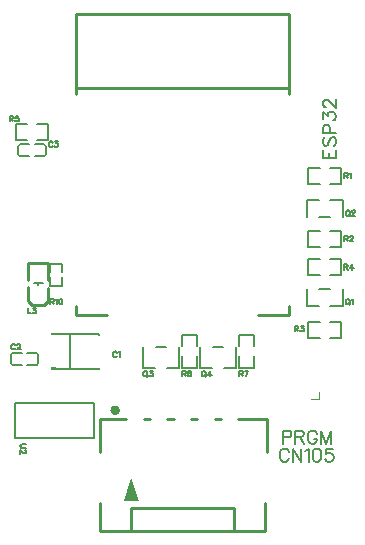
<source format=gto>
G04 Layer: TopSilkscreenLayer*
G04 EasyEDA v6.5.9, 2022-07-29 16:18:05*
G04 6a4c66b5a8f34d0fa7dc8df532b4a6e8,9fc4434aafee4760887af2be40c81ba0,10*
G04 Gerber Generator version 0.2*
G04 Scale: 100 percent, Rotated: No, Reflected: No *
G04 Dimensions in millimeters *
G04 leading zeros omitted , absolute positions ,4 integer and 5 decimal *
%FSLAX45Y45*%
%MOMM*%

%ADD10C,0.1524*%
%ADD11C,0.2540*%
%ADD12C,0.1200*%
%ADD13C,0.2030*%
%ADD14C,0.4000*%
%ADD15C,0.0141*%

%LPD*%
D10*
X2402077Y1270507D02*
G01*
X2396743Y1280921D01*
X2386329Y1291336D01*
X2376170Y1296415D01*
X2355341Y1296415D01*
X2344927Y1291336D01*
X2334513Y1280921D01*
X2329179Y1270507D01*
X2324100Y1254760D01*
X2324100Y1228852D01*
X2329179Y1213357D01*
X2334513Y1202944D01*
X2344927Y1192529D01*
X2355341Y1187450D01*
X2376170Y1187450D01*
X2386329Y1192529D01*
X2396743Y1202944D01*
X2402077Y1213357D01*
X2436368Y1296415D02*
G01*
X2436368Y1187450D01*
X2436368Y1296415D02*
G01*
X2509011Y1187450D01*
X2509011Y1296415D02*
G01*
X2509011Y1187450D01*
X2543302Y1275587D02*
G01*
X2553715Y1280921D01*
X2569209Y1296415D01*
X2569209Y1187450D01*
X2634741Y1296415D02*
G01*
X2619247Y1291336D01*
X2608834Y1275587D01*
X2603500Y1249679D01*
X2603500Y1234186D01*
X2608834Y1208023D01*
X2619247Y1192529D01*
X2634741Y1187450D01*
X2645156Y1187450D01*
X2660650Y1192529D01*
X2671063Y1208023D01*
X2676397Y1234186D01*
X2676397Y1249679D01*
X2671063Y1275587D01*
X2660650Y1291336D01*
X2645156Y1296415D01*
X2634741Y1296415D01*
X2772918Y1296415D02*
G01*
X2721102Y1296415D01*
X2715768Y1249679D01*
X2721102Y1254760D01*
X2736595Y1260094D01*
X2752090Y1260094D01*
X2767838Y1254760D01*
X2778252Y1244600D01*
X2783331Y1228852D01*
X2783331Y1218437D01*
X2778252Y1202944D01*
X2767838Y1192529D01*
X2752090Y1187450D01*
X2736595Y1187450D01*
X2721102Y1192529D01*
X2715768Y1197610D01*
X2710688Y1208023D01*
X2896615Y2565145D02*
G01*
X2892043Y2562860D01*
X2887472Y2558287D01*
X2885186Y2553715D01*
X2882900Y2546857D01*
X2882900Y2535428D01*
X2885186Y2528570D01*
X2887472Y2524252D01*
X2892043Y2519679D01*
X2896615Y2517394D01*
X2905506Y2517394D01*
X2910077Y2519679D01*
X2914650Y2524252D01*
X2916936Y2528570D01*
X2919222Y2535428D01*
X2919222Y2546857D01*
X2916936Y2553715D01*
X2914650Y2558287D01*
X2910077Y2562860D01*
X2905506Y2565145D01*
X2896615Y2565145D01*
X2903474Y2526537D02*
G01*
X2916936Y2512821D01*
X2934208Y2556002D02*
G01*
X2938779Y2558287D01*
X2945638Y2565145D01*
X2945638Y2517394D01*
X2896615Y3314445D02*
G01*
X2892043Y3312160D01*
X2887472Y3307587D01*
X2885186Y3303015D01*
X2882900Y3296157D01*
X2882900Y3284728D01*
X2885186Y3277870D01*
X2887472Y3273552D01*
X2892043Y3268979D01*
X2896615Y3266694D01*
X2905506Y3266694D01*
X2910077Y3268979D01*
X2914650Y3273552D01*
X2916936Y3277870D01*
X2919222Y3284728D01*
X2919222Y3296157D01*
X2916936Y3303015D01*
X2914650Y3307587D01*
X2910077Y3312160D01*
X2905506Y3314445D01*
X2896615Y3314445D01*
X2903474Y3275837D02*
G01*
X2916936Y3262121D01*
X2936493Y3303015D02*
G01*
X2936493Y3305302D01*
X2938779Y3309873D01*
X2941065Y3312160D01*
X2945638Y3314445D01*
X2954781Y3314445D01*
X2959354Y3312160D01*
X2961640Y3309873D01*
X2963925Y3305302D01*
X2963925Y3300729D01*
X2961640Y3296157D01*
X2957068Y3289300D01*
X2934208Y3266694D01*
X2965958Y3266694D01*
X2349500Y1448815D02*
G01*
X2349500Y1339850D01*
X2349500Y1448815D02*
G01*
X2396236Y1448815D01*
X2411729Y1443736D01*
X2417063Y1438402D01*
X2422143Y1427987D01*
X2422143Y1412494D01*
X2417063Y1402079D01*
X2411729Y1397000D01*
X2396236Y1391665D01*
X2349500Y1391665D01*
X2456434Y1448815D02*
G01*
X2456434Y1339850D01*
X2456434Y1448815D02*
G01*
X2503170Y1448815D01*
X2518918Y1443736D01*
X2523997Y1438402D01*
X2529331Y1427987D01*
X2529331Y1417573D01*
X2523997Y1407160D01*
X2518918Y1402079D01*
X2503170Y1397000D01*
X2456434Y1397000D01*
X2493009Y1397000D02*
G01*
X2529331Y1339850D01*
X2641600Y1422907D02*
G01*
X2636265Y1433321D01*
X2625852Y1443736D01*
X2615438Y1448815D01*
X2594609Y1448815D01*
X2584450Y1443736D01*
X2574036Y1433321D01*
X2568702Y1422907D01*
X2563622Y1407160D01*
X2563622Y1381252D01*
X2568702Y1365757D01*
X2574036Y1355344D01*
X2584450Y1344929D01*
X2594609Y1339850D01*
X2615438Y1339850D01*
X2625852Y1344929D01*
X2636265Y1355344D01*
X2641600Y1365757D01*
X2641600Y1381252D01*
X2615438Y1381252D02*
G01*
X2641600Y1381252D01*
X2675890Y1448815D02*
G01*
X2675890Y1339850D01*
X2675890Y1448815D02*
G01*
X2717291Y1339850D01*
X2758947Y1448815D02*
G01*
X2717291Y1339850D01*
X2758947Y1448815D02*
G01*
X2758947Y1339850D01*
X948436Y2109215D02*
G01*
X946150Y2113787D01*
X941578Y2118360D01*
X937005Y2120645D01*
X928115Y2120645D01*
X923544Y2118360D01*
X918971Y2113787D01*
X916686Y2109215D01*
X914400Y2102357D01*
X914400Y2090928D01*
X916686Y2084070D01*
X918971Y2079752D01*
X923544Y2075179D01*
X928115Y2072894D01*
X937005Y2072894D01*
X941578Y2075179D01*
X946150Y2079752D01*
X948436Y2084070D01*
X963421Y2111502D02*
G01*
X967994Y2113787D01*
X974852Y2120645D01*
X974852Y2072894D01*
X84836Y2172715D02*
G01*
X82550Y2177287D01*
X77978Y2181860D01*
X73405Y2184145D01*
X64515Y2184145D01*
X59944Y2181860D01*
X55371Y2177287D01*
X53086Y2172715D01*
X50800Y2165857D01*
X50800Y2154428D01*
X53086Y2147570D01*
X55371Y2143252D01*
X59944Y2138679D01*
X64515Y2136394D01*
X73405Y2136394D01*
X77978Y2138679D01*
X82550Y2143252D01*
X84836Y2147570D01*
X102107Y2172715D02*
G01*
X102107Y2175002D01*
X104394Y2179573D01*
X106679Y2181860D01*
X111252Y2184145D01*
X120395Y2184145D01*
X124968Y2181860D01*
X127254Y2179573D01*
X129539Y2175002D01*
X129539Y2170429D01*
X127254Y2165857D01*
X122681Y2159000D01*
X99821Y2136394D01*
X131826Y2136394D01*
X402336Y3887215D02*
G01*
X400050Y3891787D01*
X395478Y3896360D01*
X390905Y3898645D01*
X382015Y3898645D01*
X377444Y3896360D01*
X372871Y3891787D01*
X370586Y3887215D01*
X368300Y3880357D01*
X368300Y3868928D01*
X370586Y3862070D01*
X372871Y3857752D01*
X377444Y3853179D01*
X382015Y3850894D01*
X390905Y3850894D01*
X395478Y3853179D01*
X400050Y3857752D01*
X402336Y3862070D01*
X421894Y3898645D02*
G01*
X447039Y3898645D01*
X433323Y3880357D01*
X440181Y3880357D01*
X444754Y3878071D01*
X447039Y3875786D01*
X449326Y3868928D01*
X449326Y3864355D01*
X447039Y3857752D01*
X442468Y3853179D01*
X435610Y3850894D01*
X428752Y3850894D01*
X421894Y3853179D01*
X419607Y3855465D01*
X417321Y3860037D01*
X2691384Y3759200D02*
G01*
X2800350Y3759200D01*
X2691384Y3759200D02*
G01*
X2691384Y3826763D01*
X2743200Y3759200D02*
G01*
X2743200Y3800855D01*
X2800350Y3759200D02*
G01*
X2800350Y3826763D01*
X2706877Y3933697D02*
G01*
X2696463Y3923284D01*
X2691384Y3907789D01*
X2691384Y3886962D01*
X2696463Y3871468D01*
X2706877Y3861054D01*
X2717291Y3861054D01*
X2727706Y3866134D01*
X2733040Y3871468D01*
X2738120Y3881881D01*
X2748534Y3912870D01*
X2753613Y3923284D01*
X2758947Y3928618D01*
X2769361Y3933697D01*
X2784856Y3933697D01*
X2795270Y3923284D01*
X2800350Y3907789D01*
X2800350Y3886962D01*
X2795270Y3871468D01*
X2784856Y3861054D01*
X2691384Y3967987D02*
G01*
X2800350Y3967987D01*
X2691384Y3967987D02*
G01*
X2691384Y4014723D01*
X2696463Y4030471D01*
X2701797Y4035552D01*
X2712211Y4040886D01*
X2727706Y4040886D01*
X2738120Y4035552D01*
X2743200Y4030471D01*
X2748534Y4014723D01*
X2748534Y3967987D01*
X2691384Y4085589D02*
G01*
X2691384Y4142739D01*
X2733040Y4111497D01*
X2733040Y4126992D01*
X2738120Y4137405D01*
X2743200Y4142739D01*
X2758947Y4147820D01*
X2769361Y4147820D01*
X2784856Y4142739D01*
X2795270Y4132326D01*
X2800350Y4116578D01*
X2800350Y4101084D01*
X2795270Y4085589D01*
X2790190Y4080255D01*
X2779775Y4075176D01*
X2717291Y4187189D02*
G01*
X2712211Y4187189D01*
X2701797Y4192523D01*
X2696463Y4197604D01*
X2691384Y4208018D01*
X2691384Y4228845D01*
X2696463Y4239260D01*
X2701797Y4244339D01*
X2712211Y4249673D01*
X2722625Y4249673D01*
X2733040Y4244339D01*
X2748534Y4234179D01*
X2800350Y4182110D01*
X2800350Y4254754D01*
X1182115Y1955545D02*
G01*
X1177544Y1953260D01*
X1172971Y1948687D01*
X1170686Y1944115D01*
X1168400Y1937257D01*
X1168400Y1925828D01*
X1170686Y1918970D01*
X1172971Y1914652D01*
X1177544Y1910079D01*
X1182115Y1907794D01*
X1191005Y1907794D01*
X1195578Y1910079D01*
X1200150Y1914652D01*
X1202436Y1918970D01*
X1204721Y1925828D01*
X1204721Y1937257D01*
X1202436Y1944115D01*
X1200150Y1948687D01*
X1195578Y1953260D01*
X1191005Y1955545D01*
X1182115Y1955545D01*
X1188973Y1916937D02*
G01*
X1202436Y1903221D01*
X1224279Y1955545D02*
G01*
X1249426Y1955545D01*
X1235710Y1937257D01*
X1242568Y1937257D01*
X1247139Y1934971D01*
X1249426Y1932686D01*
X1251457Y1925828D01*
X1251457Y1921255D01*
X1249426Y1914652D01*
X1244854Y1910079D01*
X1237995Y1907794D01*
X1231137Y1907794D01*
X1224279Y1910079D01*
X1221994Y1912365D01*
X1219707Y1916937D01*
X1677415Y1955545D02*
G01*
X1672844Y1953260D01*
X1668271Y1948687D01*
X1665986Y1944115D01*
X1663700Y1937257D01*
X1663700Y1925828D01*
X1665986Y1918970D01*
X1668271Y1914652D01*
X1672844Y1910079D01*
X1677415Y1907794D01*
X1686305Y1907794D01*
X1690878Y1910079D01*
X1695450Y1914652D01*
X1697736Y1918970D01*
X1700021Y1925828D01*
X1700021Y1937257D01*
X1697736Y1944115D01*
X1695450Y1948687D01*
X1690878Y1953260D01*
X1686305Y1955545D01*
X1677415Y1955545D01*
X1684273Y1916937D02*
G01*
X1697736Y1903221D01*
X1737868Y1955545D02*
G01*
X1715007Y1923542D01*
X1749044Y1923542D01*
X1737868Y1955545D02*
G01*
X1737868Y1907794D01*
X177545Y1333500D02*
G01*
X143255Y1333500D01*
X136652Y1331213D01*
X132079Y1326642D01*
X129794Y1319784D01*
X129794Y1315212D01*
X132079Y1308607D01*
X136652Y1304036D01*
X143255Y1301750D01*
X177545Y1301750D01*
X166115Y1284478D02*
G01*
X168402Y1284478D01*
X172973Y1282192D01*
X175260Y1279905D01*
X177545Y1275334D01*
X177545Y1266189D01*
X175260Y1261618D01*
X172973Y1259331D01*
X168402Y1257045D01*
X163829Y1257045D01*
X159257Y1259331D01*
X152400Y1263904D01*
X129794Y1286763D01*
X129794Y1254760D01*
X2870200Y3098545D02*
G01*
X2870200Y3050794D01*
X2870200Y3098545D02*
G01*
X2890774Y3098545D01*
X2897377Y3096260D01*
X2899663Y3093973D01*
X2901950Y3089402D01*
X2901950Y3084829D01*
X2899663Y3080257D01*
X2897377Y3077971D01*
X2890774Y3075686D01*
X2870200Y3075686D01*
X2886202Y3075686D02*
G01*
X2901950Y3050794D01*
X2919222Y3087115D02*
G01*
X2919222Y3089402D01*
X2921508Y3093973D01*
X2923793Y3096260D01*
X2928365Y3098545D01*
X2937509Y3098545D01*
X2942081Y3096260D01*
X2944368Y3093973D01*
X2946654Y3089402D01*
X2946654Y3084829D01*
X2944368Y3080257D01*
X2939795Y3073400D01*
X2916936Y3050794D01*
X2948940Y3050794D01*
X2870200Y3631945D02*
G01*
X2870200Y3584194D01*
X2870200Y3631945D02*
G01*
X2890774Y3631945D01*
X2897377Y3629660D01*
X2899663Y3627373D01*
X2901950Y3622802D01*
X2901950Y3618229D01*
X2899663Y3613657D01*
X2897377Y3611371D01*
X2890774Y3609086D01*
X2870200Y3609086D01*
X2886202Y3609086D02*
G01*
X2901950Y3584194D01*
X2916936Y3622802D02*
G01*
X2921508Y3625087D01*
X2928365Y3631945D01*
X2928365Y3584194D01*
X2451100Y2336545D02*
G01*
X2451100Y2288794D01*
X2451100Y2336545D02*
G01*
X2471674Y2336545D01*
X2478277Y2334260D01*
X2480563Y2331973D01*
X2482850Y2327402D01*
X2482850Y2322829D01*
X2480563Y2318257D01*
X2478277Y2315971D01*
X2471674Y2313686D01*
X2451100Y2313686D01*
X2467102Y2313686D02*
G01*
X2482850Y2288794D01*
X2502408Y2336545D02*
G01*
X2527554Y2336545D01*
X2513838Y2318257D01*
X2520695Y2318257D01*
X2525268Y2315971D01*
X2527554Y2313686D01*
X2529840Y2306828D01*
X2529840Y2302255D01*
X2527554Y2295652D01*
X2522981Y2291079D01*
X2516124Y2288794D01*
X2509265Y2288794D01*
X2502408Y2291079D01*
X2500122Y2293365D01*
X2497836Y2297937D01*
X2870200Y2857245D02*
G01*
X2870200Y2809494D01*
X2870200Y2857245D02*
G01*
X2890774Y2857245D01*
X2897377Y2854960D01*
X2899663Y2852673D01*
X2901950Y2848102D01*
X2901950Y2843529D01*
X2899663Y2838957D01*
X2897377Y2836671D01*
X2890774Y2834386D01*
X2870200Y2834386D01*
X2886202Y2834386D02*
G01*
X2901950Y2809494D01*
X2939795Y2857245D02*
G01*
X2916936Y2825242D01*
X2951225Y2825242D01*
X2939795Y2857245D02*
G01*
X2939795Y2809494D01*
X38100Y4114545D02*
G01*
X38100Y4066794D01*
X38100Y4114545D02*
G01*
X58673Y4114545D01*
X65278Y4112260D01*
X67563Y4109973D01*
X69850Y4105402D01*
X69850Y4100829D01*
X67563Y4096257D01*
X65278Y4093971D01*
X58673Y4091686D01*
X38100Y4091686D01*
X54102Y4091686D02*
G01*
X69850Y4066794D01*
X112268Y4114545D02*
G01*
X89407Y4114545D01*
X87121Y4093971D01*
X89407Y4096257D01*
X96265Y4098544D01*
X103123Y4098544D01*
X109981Y4096257D01*
X114554Y4091686D01*
X116839Y4084828D01*
X116839Y4080255D01*
X114554Y4073652D01*
X109981Y4069079D01*
X103123Y4066794D01*
X96265Y4066794D01*
X89407Y4069079D01*
X87121Y4071365D01*
X84836Y4075937D01*
X1498600Y1955545D02*
G01*
X1498600Y1907794D01*
X1498600Y1955545D02*
G01*
X1519173Y1955545D01*
X1525778Y1953260D01*
X1528063Y1950973D01*
X1530350Y1946402D01*
X1530350Y1941829D01*
X1528063Y1937257D01*
X1525778Y1934971D01*
X1519173Y1932686D01*
X1498600Y1932686D01*
X1514602Y1932686D02*
G01*
X1530350Y1907794D01*
X1572768Y1948687D02*
G01*
X1570481Y1953260D01*
X1563623Y1955545D01*
X1559052Y1955545D01*
X1552194Y1953260D01*
X1547621Y1946402D01*
X1545336Y1934971D01*
X1545336Y1923542D01*
X1547621Y1914652D01*
X1552194Y1910079D01*
X1559052Y1907794D01*
X1561337Y1907794D01*
X1568195Y1910079D01*
X1572768Y1914652D01*
X1575054Y1921255D01*
X1575054Y1923542D01*
X1572768Y1930400D01*
X1568195Y1934971D01*
X1561337Y1937257D01*
X1559052Y1937257D01*
X1552194Y1934971D01*
X1547621Y1930400D01*
X1545336Y1923542D01*
X1981200Y1955545D02*
G01*
X1981200Y1907794D01*
X1981200Y1955545D02*
G01*
X2001774Y1955545D01*
X2008377Y1953260D01*
X2010663Y1950973D01*
X2012950Y1946402D01*
X2012950Y1941829D01*
X2010663Y1937257D01*
X2008377Y1934971D01*
X2001774Y1932686D01*
X1981200Y1932686D01*
X1997202Y1932686D02*
G01*
X2012950Y1907794D01*
X2059940Y1955545D02*
G01*
X2037079Y1907794D01*
X2027936Y1955545D02*
G01*
X2059940Y1955545D01*
X190500Y2488945D02*
G01*
X190500Y2441194D01*
X190500Y2441194D02*
G01*
X217678Y2441194D01*
X237236Y2488945D02*
G01*
X262381Y2488945D01*
X248665Y2470657D01*
X255523Y2470657D01*
X260095Y2468371D01*
X262381Y2466086D01*
X264668Y2459228D01*
X264668Y2454655D01*
X262381Y2448052D01*
X257810Y2443479D01*
X250952Y2441194D01*
X244094Y2441194D01*
X237236Y2443479D01*
X234950Y2445765D01*
X232663Y2450337D01*
X381000Y2565145D02*
G01*
X381000Y2517394D01*
X381000Y2565145D02*
G01*
X401573Y2565145D01*
X408178Y2562860D01*
X410463Y2560573D01*
X412750Y2556002D01*
X412750Y2551429D01*
X410463Y2546857D01*
X408178Y2544571D01*
X401573Y2542286D01*
X381000Y2542286D01*
X397002Y2542286D02*
G01*
X412750Y2517394D01*
X427736Y2556002D02*
G01*
X432307Y2558287D01*
X439165Y2565145D01*
X439165Y2517394D01*
X467868Y2565145D02*
G01*
X461010Y2562860D01*
X456437Y2556002D01*
X454152Y2544571D01*
X454152Y2537713D01*
X456437Y2526537D01*
X461010Y2519679D01*
X467868Y2517394D01*
X472439Y2517394D01*
X479297Y2519679D01*
X483615Y2526537D01*
X485902Y2537713D01*
X485902Y2544571D01*
X483615Y2556002D01*
X479297Y2562860D01*
X472439Y2565145D01*
X467868Y2565145D01*
G36*
X1065022Y1051509D02*
G01*
X1005027Y851509D01*
X1135024Y851509D01*
G37*
G36*
X388874Y1986838D02*
G01*
X388874Y1965655D01*
X434593Y1965655D01*
X434593Y1986838D01*
G37*
G36*
X388874Y2276144D02*
G01*
X388874Y2254961D01*
X434593Y2254961D01*
X434593Y2276144D01*
G37*
D11*
X799995Y840394D02*
G01*
X799995Y726427D01*
X799995Y1543507D02*
G01*
X799995Y1266621D01*
X799995Y740394D02*
G01*
X799995Y603506D01*
X2198997Y603506D01*
X2201997Y837506D01*
X1973110Y1543507D02*
G01*
X2215997Y1543507D01*
X2215997Y1266619D01*
X1817496Y1543507D02*
G01*
X1826882Y1543507D01*
X1062202Y603506D02*
G01*
X1062202Y792505D01*
X1935998Y792505D01*
X1935998Y603506D01*
X1826879Y1543507D02*
G01*
X1773107Y1543507D01*
X1626885Y1543507D02*
G01*
X1573108Y1543507D01*
X1426885Y1543507D02*
G01*
X1373108Y1543507D01*
X1226886Y1543507D02*
G01*
X1173114Y1543507D01*
X1026883Y1543507D02*
G01*
X799995Y1543507D01*
D10*
X2552479Y2650721D02*
G01*
X2552479Y2505478D01*
X2655641Y2505478D01*
X2857720Y2650721D02*
G01*
X2857720Y2505478D01*
X2754558Y2505478D01*
X2659560Y2650721D02*
G01*
X2750639Y2650721D01*
X2857720Y3254778D02*
G01*
X2857720Y3400021D01*
X2754558Y3400021D01*
X2552479Y3254778D02*
G01*
X2552479Y3400021D01*
X2655641Y3400021D01*
X2750639Y3254778D02*
G01*
X2659560Y3254778D01*
D12*
X2654300Y1778000D02*
G01*
X2654300Y1714500D01*
X2590800Y1714500D01*
D10*
X546100Y1973280D02*
G01*
X546100Y2268519D01*
X792218Y1973280D02*
G01*
X426981Y1973280D01*
X792218Y2268519D02*
G01*
X426981Y2268519D01*
X792218Y1973280D02*
G01*
X792218Y1981776D01*
X792218Y2268519D02*
G01*
X792218Y2260023D01*
X266730Y2107260D02*
G01*
X187721Y2107260D01*
X187721Y2007539D02*
G01*
X266730Y2007539D01*
X281970Y2022779D02*
G01*
X281970Y2092020D01*
X63469Y2107260D02*
G01*
X142478Y2107260D01*
X142478Y2007539D02*
G01*
X63469Y2007539D01*
X48229Y2022779D02*
G01*
X48229Y2092020D01*
X330230Y3872560D02*
G01*
X251221Y3872560D01*
X251221Y3772839D02*
G01*
X330230Y3772839D01*
X345470Y3788079D02*
G01*
X345470Y3857320D01*
X126969Y3872560D02*
G01*
X205978Y3872560D01*
X205978Y3772839D02*
G01*
X126969Y3772839D01*
X111729Y3788079D02*
G01*
X111729Y3857320D01*
D11*
X2400005Y4975052D02*
G01*
X2400005Y4328462D01*
X600003Y4975052D02*
G01*
X600003Y4330054D01*
X2400005Y4975052D02*
G01*
X600003Y4975052D01*
X2400005Y4346656D02*
G01*
X600003Y4346656D01*
X2401704Y4295769D02*
G01*
X2401704Y4346656D01*
X2139619Y2425054D02*
G01*
X2401704Y2425054D01*
X2401704Y2508534D01*
X600003Y2508534D02*
G01*
X600003Y2425054D01*
X860391Y2425054D01*
X600003Y4346656D02*
G01*
X600003Y4295769D01*
D10*
X1167180Y2157707D02*
G01*
X1167180Y1982467D01*
X1271341Y1982467D01*
X1474419Y2157707D02*
G01*
X1474419Y1982467D01*
X1370258Y1982467D01*
X1275260Y2157707D02*
G01*
X1366339Y2157707D01*
X1649780Y2157707D02*
G01*
X1649780Y1982467D01*
X1753941Y1982467D01*
X1957019Y2157707D02*
G01*
X1957019Y1982467D01*
X1852858Y1982467D01*
X1757860Y2157707D02*
G01*
X1848939Y2157707D01*
X751720Y1389560D02*
G01*
X86479Y1389560D01*
X86479Y1683839D01*
X751720Y1683839D01*
X751720Y1389560D01*
X2747721Y3007339D02*
G01*
X2843608Y3007339D01*
X2843608Y3139460D01*
X2747721Y3139460D01*
X2662478Y3007339D02*
G01*
X2566591Y3007339D01*
X2566591Y3139460D01*
X2662478Y3139460D01*
X2747721Y3540739D02*
G01*
X2843608Y3540739D01*
X2843608Y3672860D01*
X2747721Y3672860D01*
X2662478Y3540739D02*
G01*
X2566591Y3540739D01*
X2566591Y3672860D01*
X2662478Y3672860D01*
X2747721Y2232639D02*
G01*
X2843608Y2232639D01*
X2843608Y2364760D01*
X2747721Y2364760D01*
X2662478Y2232639D02*
G01*
X2566591Y2232639D01*
X2566591Y2364760D01*
X2662478Y2364760D01*
X2662478Y2898160D02*
G01*
X2566591Y2898160D01*
X2566591Y2766039D01*
X2662478Y2766039D01*
X2747721Y2898160D02*
G01*
X2843608Y2898160D01*
X2843608Y2766039D01*
X2747721Y2766039D01*
X271221Y3909039D02*
G01*
X367108Y3909039D01*
X367108Y4041160D01*
X271221Y4041160D01*
X185978Y3909039D02*
G01*
X90091Y3909039D01*
X90091Y4041160D01*
X185978Y4041160D01*
X1628160Y2163521D02*
G01*
X1628160Y2259408D01*
X1496039Y2259408D01*
X1496039Y2163521D01*
X1628160Y2078278D02*
G01*
X1628160Y1982391D01*
X1496039Y1982391D01*
X1496039Y2078278D01*
X2110760Y2163521D02*
G01*
X2110760Y2259408D01*
X1978639Y2259408D01*
X1978639Y2163521D01*
X2110760Y2078278D02*
G01*
X2110760Y1982391D01*
X1978639Y1982391D01*
X1978639Y2078278D01*
D11*
X365760Y2868929D02*
G01*
X193039Y2868929D01*
X193039Y2868929D02*
G01*
X193039Y2721610D01*
X365760Y2868929D02*
G01*
X365760Y2721610D01*
X193039Y2663189D02*
G01*
X193039Y2546350D01*
X365760Y2660650D02*
G01*
X365760Y2546350D01*
X365760Y2546350D02*
G01*
X330200Y2510789D01*
X228600Y2510789D01*
X193039Y2546350D01*
D13*
X320039Y2700020D02*
G01*
X241300Y2700020D01*
X280195Y2700020D02*
G01*
X280195Y2682483D01*
D10*
X381939Y2791221D02*
G01*
X381939Y2863024D01*
X481660Y2863024D01*
X481660Y2791221D01*
X381939Y2745978D02*
G01*
X381939Y2674175D01*
X481660Y2674175D01*
X481660Y2745978D01*
G75*
G01*
X266730Y2007540D02*
G03*
X281970Y2022780I0J15240D01*
G75*
G01*
X281970Y2092020D02*
G03*
X266730Y2107260I-15240J0D01*
G75*
G01*
X63470Y2007540D02*
G02*
X48230Y2022780I0J15240D01*
G75*
G01*
X48230Y2092020D02*
G02*
X63470Y2107260I15240J0D01*
G75*
G01*
X330230Y3772840D02*
G03*
X345470Y3788080I0J15240D01*
G75*
G01*
X345470Y3857320D02*
G03*
X330230Y3872560I-15240J0D01*
G75*
G01*
X126970Y3772840D02*
G02*
X111730Y3788080I0J15240D01*
G75*
G01*
X111730Y3857320D02*
G02*
X126970Y3872560I15240J0D01*
D14*
G75*
G01
X951992Y1621498D02*
G03X951992Y1621498I-19990J0D01*
M02*

</source>
